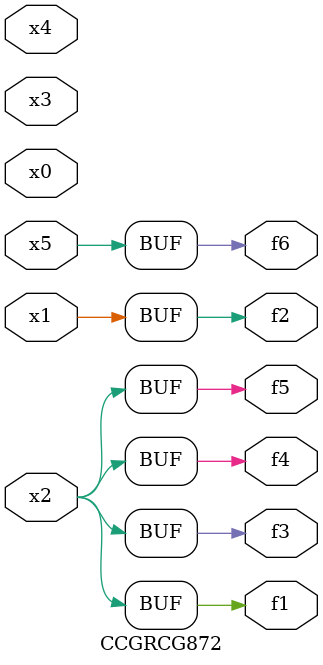
<source format=v>
module CCGRCG872(
	input x0, x1, x2, x3, x4, x5,
	output f1, f2, f3, f4, f5, f6
);
	assign f1 = x2;
	assign f2 = x1;
	assign f3 = x2;
	assign f4 = x2;
	assign f5 = x2;
	assign f6 = x5;
endmodule

</source>
